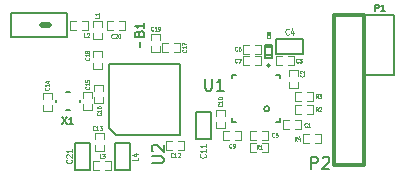
<source format=gto>
G04 (created by PCBNEW (2013-07-07 BZR 4022)-stable) date 3/16/2015 2:43:42 PM*
%MOIN*%
G04 Gerber Fmt 3.4, Leading zero omitted, Abs format*
%FSLAX34Y34*%
G01*
G70*
G90*
G04 APERTURE LIST*
%ADD10C,0.00590551*%
%ADD11C,0.019685*%
%ADD12C,0.00787402*%
%ADD13C,0.0028*%
%ADD14C,0.005*%
%ADD15C,0.012*%
%ADD16C,0.006*%
%ADD17C,0.0045*%
%ADD18C,0.008*%
%ADD19C,0.00295276*%
G04 APERTURE END LIST*
G54D10*
G54D11*
X106259Y-50264D02*
X106031Y-50264D01*
G54D12*
X113630Y-51614D02*
G75*
G03X113630Y-51614I-55J0D01*
G74*
G01*
G54D10*
X108267Y-53700D02*
X108503Y-53937D01*
X110629Y-53937D02*
X108503Y-53937D01*
X108267Y-51574D02*
X108267Y-53700D01*
X108267Y-51574D02*
X110629Y-51574D01*
X110629Y-51574D02*
X110629Y-53937D01*
X107283Y-52795D02*
X107283Y-52814D01*
X107283Y-52795D02*
X107283Y-52775D01*
X106496Y-52795D02*
X106496Y-52814D01*
X106496Y-52795D02*
X106496Y-52775D01*
X106889Y-53110D02*
X106948Y-53110D01*
X106889Y-53110D02*
X106830Y-53110D01*
X106889Y-52480D02*
X106948Y-52480D01*
X106889Y-52480D02*
X106830Y-52480D01*
G54D13*
X113367Y-54087D02*
X113567Y-54087D01*
X113567Y-54087D02*
X113567Y-53787D01*
X113567Y-53787D02*
X113367Y-53787D01*
X113167Y-54087D02*
X112967Y-54087D01*
X112967Y-54087D02*
X112967Y-53787D01*
X112967Y-53787D02*
X113167Y-53787D01*
X114226Y-51602D02*
X114426Y-51602D01*
X114426Y-51602D02*
X114426Y-51302D01*
X114426Y-51302D02*
X114226Y-51302D01*
X114026Y-51602D02*
X113826Y-51602D01*
X113826Y-51602D02*
X113826Y-51302D01*
X113826Y-51302D02*
X114026Y-51302D01*
X113120Y-51594D02*
X113320Y-51594D01*
X113320Y-51594D02*
X113320Y-51294D01*
X113320Y-51294D02*
X113120Y-51294D01*
X112920Y-51594D02*
X112720Y-51594D01*
X112720Y-51594D02*
X112720Y-51294D01*
X112720Y-51294D02*
X112920Y-51294D01*
X112118Y-53285D02*
X112118Y-53085D01*
X112118Y-53085D02*
X111818Y-53085D01*
X111818Y-53085D02*
X111818Y-53285D01*
X112118Y-53485D02*
X112118Y-53685D01*
X112118Y-53685D02*
X111818Y-53685D01*
X111818Y-53685D02*
X111818Y-53485D01*
X112463Y-54098D02*
X112663Y-54098D01*
X112663Y-54098D02*
X112663Y-53798D01*
X112663Y-53798D02*
X112463Y-53798D01*
X112263Y-54098D02*
X112063Y-54098D01*
X112063Y-54098D02*
X112063Y-53798D01*
X112063Y-53798D02*
X112263Y-53798D01*
X114459Y-53728D02*
X114659Y-53728D01*
X114659Y-53728D02*
X114659Y-53428D01*
X114659Y-53428D02*
X114459Y-53428D01*
X114259Y-53728D02*
X114059Y-53728D01*
X114059Y-53728D02*
X114059Y-53428D01*
X114059Y-53428D02*
X114259Y-53428D01*
X114554Y-51972D02*
X114554Y-51772D01*
X114554Y-51772D02*
X114254Y-51772D01*
X114254Y-51772D02*
X114254Y-51972D01*
X114554Y-52172D02*
X114554Y-52372D01*
X114554Y-52372D02*
X114254Y-52372D01*
X114254Y-52372D02*
X114254Y-52172D01*
X107724Y-51517D02*
X107724Y-51717D01*
X107724Y-51717D02*
X108024Y-51717D01*
X108024Y-51717D02*
X108024Y-51517D01*
X107724Y-51317D02*
X107724Y-51117D01*
X107724Y-51117D02*
X108024Y-51117D01*
X108024Y-51117D02*
X108024Y-51317D01*
X108063Y-52459D02*
X108063Y-52259D01*
X108063Y-52259D02*
X107763Y-52259D01*
X107763Y-52259D02*
X107763Y-52459D01*
X108063Y-52659D02*
X108063Y-52859D01*
X108063Y-52859D02*
X107763Y-52859D01*
X107763Y-52859D02*
X107763Y-52659D01*
X106370Y-52734D02*
X106370Y-52534D01*
X106370Y-52534D02*
X106070Y-52534D01*
X106070Y-52534D02*
X106070Y-52734D01*
X106370Y-52934D02*
X106370Y-53134D01*
X106370Y-53134D02*
X106070Y-53134D01*
X106070Y-53134D02*
X106070Y-52934D01*
X107409Y-52895D02*
X107409Y-53095D01*
X107409Y-53095D02*
X107709Y-53095D01*
X107709Y-53095D02*
X107709Y-52895D01*
X107409Y-52695D02*
X107409Y-52495D01*
X107409Y-52495D02*
X107709Y-52495D01*
X107709Y-52495D02*
X107709Y-52695D01*
X110214Y-50873D02*
X110014Y-50873D01*
X110014Y-50873D02*
X110014Y-51173D01*
X110014Y-51173D02*
X110214Y-51173D01*
X110414Y-50873D02*
X110614Y-50873D01*
X110614Y-50873D02*
X110614Y-51173D01*
X110614Y-51173D02*
X110414Y-51173D01*
X110372Y-54141D02*
X110172Y-54141D01*
X110172Y-54141D02*
X110172Y-54441D01*
X110172Y-54441D02*
X110372Y-54441D01*
X110572Y-54141D02*
X110772Y-54141D01*
X110772Y-54141D02*
X110772Y-54441D01*
X110772Y-54441D02*
X110572Y-54441D01*
X108090Y-54053D02*
X108090Y-53853D01*
X108090Y-53853D02*
X107790Y-53853D01*
X107790Y-53853D02*
X107790Y-54053D01*
X108090Y-54253D02*
X108090Y-54453D01*
X108090Y-54453D02*
X107790Y-54453D01*
X107790Y-54453D02*
X107790Y-54253D01*
X109653Y-50966D02*
X109653Y-51166D01*
X109653Y-51166D02*
X109953Y-51166D01*
X109953Y-51166D02*
X109953Y-50966D01*
X109653Y-50766D02*
X109653Y-50566D01*
X109653Y-50566D02*
X109953Y-50566D01*
X109953Y-50566D02*
X109953Y-50766D01*
G54D14*
X114742Y-51230D02*
X113842Y-51230D01*
X113842Y-51230D02*
X113842Y-50730D01*
X113842Y-50730D02*
X114742Y-50730D01*
X114742Y-50730D02*
X114742Y-51230D01*
G54D13*
X113116Y-51216D02*
X113316Y-51216D01*
X113316Y-51216D02*
X113316Y-50916D01*
X113316Y-50916D02*
X113116Y-50916D01*
X112916Y-51216D02*
X112716Y-51216D01*
X112716Y-51216D02*
X112716Y-50916D01*
X112716Y-50916D02*
X112916Y-50916D01*
X114864Y-53220D02*
X115064Y-53220D01*
X115064Y-53220D02*
X115064Y-52920D01*
X115064Y-52920D02*
X114864Y-52920D01*
X114664Y-53220D02*
X114464Y-53220D01*
X114464Y-53220D02*
X114464Y-52920D01*
X114464Y-52920D02*
X114664Y-52920D01*
X114668Y-52495D02*
X114468Y-52495D01*
X114468Y-52495D02*
X114468Y-52795D01*
X114468Y-52795D02*
X114668Y-52795D01*
X114868Y-52495D02*
X115068Y-52495D01*
X115068Y-52495D02*
X115068Y-52795D01*
X115068Y-52795D02*
X114868Y-52795D01*
X115139Y-54205D02*
X115339Y-54205D01*
X115339Y-54205D02*
X115339Y-53905D01*
X115339Y-53905D02*
X115139Y-53905D01*
X114939Y-54205D02*
X114739Y-54205D01*
X114739Y-54205D02*
X114739Y-53905D01*
X114739Y-53905D02*
X114939Y-53905D01*
G54D10*
X104978Y-49871D02*
X106868Y-49871D01*
X106868Y-49871D02*
X106868Y-50658D01*
X106828Y-50658D02*
X104978Y-50658D01*
X104978Y-50658D02*
X104978Y-49871D01*
X106868Y-50658D02*
X106828Y-50658D01*
G54D13*
X107344Y-50425D02*
X107544Y-50425D01*
X107544Y-50425D02*
X107544Y-50125D01*
X107544Y-50125D02*
X107344Y-50125D01*
X107144Y-50425D02*
X106944Y-50425D01*
X106944Y-50425D02*
X106944Y-50125D01*
X106944Y-50125D02*
X107144Y-50125D01*
X108024Y-50333D02*
X108024Y-50133D01*
X108024Y-50133D02*
X107724Y-50133D01*
X107724Y-50133D02*
X107724Y-50333D01*
X108024Y-50533D02*
X108024Y-50733D01*
X108024Y-50733D02*
X107724Y-50733D01*
X107724Y-50733D02*
X107724Y-50533D01*
X108603Y-50425D02*
X108803Y-50425D01*
X108803Y-50425D02*
X108803Y-50125D01*
X108803Y-50125D02*
X108603Y-50125D01*
X108403Y-50425D02*
X108203Y-50425D01*
X108203Y-50425D02*
X108203Y-50125D01*
X108203Y-50125D02*
X108403Y-50125D01*
G54D15*
X116775Y-49925D02*
X115775Y-49925D01*
X115775Y-54925D02*
X116775Y-54925D01*
X116775Y-49925D02*
X116775Y-54925D01*
X115775Y-54925D02*
X115775Y-49925D01*
G54D16*
X116775Y-49925D02*
X117775Y-49925D01*
X117775Y-49925D02*
X117775Y-51925D01*
X117775Y-51925D02*
X116775Y-51925D01*
X116775Y-51925D02*
X116775Y-49925D01*
G54D10*
X113606Y-53056D02*
G75*
G03X113606Y-53056I-88J0D01*
G74*
G01*
X113951Y-51915D02*
X113833Y-51915D01*
X113951Y-51915D02*
X113951Y-52033D01*
X112376Y-51915D02*
X112495Y-51915D01*
X112376Y-51915D02*
X112376Y-52033D01*
X112376Y-53489D02*
X112376Y-53371D01*
X112376Y-53489D02*
X112495Y-53489D01*
X113951Y-53489D02*
X113951Y-53371D01*
X113951Y-53489D02*
X113833Y-53489D01*
G54D14*
X108950Y-54199D02*
X108950Y-55099D01*
X108950Y-55099D02*
X108450Y-55099D01*
X108450Y-55099D02*
X108450Y-54199D01*
X108450Y-54199D02*
X108950Y-54199D01*
G54D13*
X108139Y-55098D02*
X108339Y-55098D01*
X108339Y-55098D02*
X108339Y-54798D01*
X108339Y-54798D02*
X108139Y-54798D01*
X107939Y-55098D02*
X107739Y-55098D01*
X107739Y-55098D02*
X107739Y-54798D01*
X107739Y-54798D02*
X107939Y-54798D01*
G54D10*
X109291Y-50826D02*
X109291Y-50984D01*
G54D13*
X113367Y-54480D02*
X113567Y-54480D01*
X113567Y-54480D02*
X113567Y-54180D01*
X113567Y-54180D02*
X113367Y-54180D01*
X113167Y-54480D02*
X112967Y-54480D01*
X112967Y-54480D02*
X112967Y-54180D01*
X112967Y-54180D02*
X113167Y-54180D01*
G54D14*
X113692Y-51271D02*
X113472Y-51271D01*
X113692Y-51011D02*
X113472Y-51011D01*
X113692Y-50931D02*
X113472Y-50931D01*
X113472Y-50931D02*
X113472Y-51351D01*
X113472Y-51351D02*
X113692Y-51351D01*
X113692Y-51351D02*
X113692Y-50931D01*
X107143Y-55087D02*
X107143Y-54187D01*
X107143Y-54187D02*
X107643Y-54187D01*
X107643Y-54187D02*
X107643Y-55087D01*
X107643Y-55087D02*
X107143Y-55087D01*
X111667Y-53172D02*
X111667Y-54072D01*
X111667Y-54072D02*
X111167Y-54072D01*
X111167Y-54072D02*
X111167Y-53172D01*
X111167Y-53172D02*
X111667Y-53172D01*
G54D10*
X109686Y-54870D02*
X110005Y-54870D01*
X110043Y-54852D01*
X110061Y-54833D01*
X110080Y-54795D01*
X110080Y-54720D01*
X110061Y-54683D01*
X110043Y-54664D01*
X110005Y-54645D01*
X109686Y-54645D01*
X109724Y-54477D02*
X109705Y-54458D01*
X109686Y-54420D01*
X109686Y-54327D01*
X109705Y-54289D01*
X109724Y-54270D01*
X109761Y-54252D01*
X109799Y-54252D01*
X109855Y-54270D01*
X110080Y-54495D01*
X110080Y-54252D01*
X106698Y-53323D02*
X106856Y-53560D01*
X106856Y-53323D02*
X106698Y-53560D01*
X107069Y-53560D02*
X106934Y-53560D01*
X107002Y-53560D02*
X107002Y-53323D01*
X106979Y-53357D01*
X106957Y-53380D01*
X106934Y-53391D01*
G54D13*
X113765Y-53981D02*
X113759Y-53988D01*
X113742Y-53994D01*
X113731Y-53994D01*
X113714Y-53988D01*
X113702Y-53975D01*
X113696Y-53961D01*
X113691Y-53935D01*
X113691Y-53915D01*
X113696Y-53889D01*
X113702Y-53876D01*
X113714Y-53863D01*
X113731Y-53856D01*
X113742Y-53856D01*
X113759Y-53863D01*
X113765Y-53869D01*
X113874Y-53856D02*
X113816Y-53856D01*
X113811Y-53922D01*
X113816Y-53915D01*
X113828Y-53909D01*
X113856Y-53909D01*
X113868Y-53915D01*
X113874Y-53922D01*
X113879Y-53935D01*
X113879Y-53968D01*
X113874Y-53981D01*
X113868Y-53988D01*
X113856Y-53994D01*
X113828Y-53994D01*
X113816Y-53988D01*
X113811Y-53981D01*
X114567Y-51507D02*
X114561Y-51513D01*
X114544Y-51520D01*
X114533Y-51520D01*
X114516Y-51513D01*
X114504Y-51500D01*
X114499Y-51487D01*
X114493Y-51461D01*
X114493Y-51441D01*
X114499Y-51415D01*
X114504Y-51401D01*
X114516Y-51388D01*
X114533Y-51382D01*
X114544Y-51382D01*
X114561Y-51388D01*
X114567Y-51395D01*
X114607Y-51382D02*
X114681Y-51382D01*
X114641Y-51434D01*
X114659Y-51434D01*
X114670Y-51441D01*
X114676Y-51447D01*
X114681Y-51461D01*
X114681Y-51493D01*
X114676Y-51507D01*
X114670Y-51513D01*
X114659Y-51520D01*
X114624Y-51520D01*
X114613Y-51513D01*
X114607Y-51507D01*
X112532Y-51507D02*
X112526Y-51513D01*
X112509Y-51520D01*
X112497Y-51520D01*
X112480Y-51513D01*
X112469Y-51500D01*
X112463Y-51487D01*
X112457Y-51461D01*
X112457Y-51441D01*
X112463Y-51415D01*
X112469Y-51401D01*
X112480Y-51388D01*
X112497Y-51382D01*
X112509Y-51382D01*
X112526Y-51388D01*
X112532Y-51395D01*
X112572Y-51382D02*
X112652Y-51382D01*
X112600Y-51520D01*
X112025Y-52896D02*
X112032Y-52901D01*
X112039Y-52919D01*
X112039Y-52930D01*
X112032Y-52947D01*
X112019Y-52959D01*
X112006Y-52964D01*
X111979Y-52970D01*
X111960Y-52970D01*
X111933Y-52964D01*
X111920Y-52959D01*
X111907Y-52947D01*
X111901Y-52930D01*
X111901Y-52919D01*
X111907Y-52901D01*
X111914Y-52896D01*
X112039Y-52781D02*
X112039Y-52850D01*
X112039Y-52816D02*
X111901Y-52816D01*
X111920Y-52827D01*
X111933Y-52839D01*
X111940Y-52850D01*
X111901Y-52707D02*
X111901Y-52696D01*
X111907Y-52684D01*
X111914Y-52679D01*
X111927Y-52673D01*
X111953Y-52667D01*
X111986Y-52667D01*
X112012Y-52673D01*
X112025Y-52679D01*
X112032Y-52684D01*
X112039Y-52696D01*
X112039Y-52707D01*
X112032Y-52719D01*
X112025Y-52724D01*
X112012Y-52730D01*
X111986Y-52736D01*
X111953Y-52736D01*
X111927Y-52730D01*
X111914Y-52724D01*
X111907Y-52719D01*
X111901Y-52707D01*
X112343Y-54345D02*
X112337Y-54352D01*
X112320Y-54358D01*
X112308Y-54358D01*
X112291Y-54352D01*
X112280Y-54339D01*
X112274Y-54325D01*
X112268Y-54299D01*
X112268Y-54279D01*
X112274Y-54253D01*
X112280Y-54240D01*
X112291Y-54227D01*
X112308Y-54220D01*
X112320Y-54220D01*
X112337Y-54227D01*
X112343Y-54233D01*
X112400Y-54358D02*
X112423Y-54358D01*
X112434Y-54352D01*
X112440Y-54345D01*
X112451Y-54325D01*
X112457Y-54299D01*
X112457Y-54247D01*
X112451Y-54233D01*
X112446Y-54227D01*
X112434Y-54220D01*
X112411Y-54220D01*
X112400Y-54227D01*
X112394Y-54233D01*
X112388Y-54247D01*
X112388Y-54279D01*
X112394Y-54293D01*
X112400Y-54299D01*
X112411Y-54306D01*
X112434Y-54306D01*
X112446Y-54299D01*
X112451Y-54293D01*
X112457Y-54279D01*
X114850Y-53641D02*
X114844Y-53647D01*
X114827Y-53654D01*
X114815Y-53654D01*
X114798Y-53647D01*
X114787Y-53634D01*
X114781Y-53621D01*
X114775Y-53595D01*
X114775Y-53575D01*
X114781Y-53549D01*
X114787Y-53535D01*
X114798Y-53522D01*
X114815Y-53516D01*
X114827Y-53516D01*
X114844Y-53522D01*
X114850Y-53529D01*
X114964Y-53654D02*
X114895Y-53654D01*
X114930Y-53654D02*
X114930Y-53516D01*
X114918Y-53535D01*
X114907Y-53549D01*
X114895Y-53555D01*
X114756Y-51909D02*
X114762Y-51915D01*
X114769Y-51932D01*
X114769Y-51943D01*
X114762Y-51960D01*
X114749Y-51972D01*
X114736Y-51978D01*
X114710Y-51983D01*
X114690Y-51983D01*
X114664Y-51978D01*
X114651Y-51972D01*
X114638Y-51960D01*
X114631Y-51943D01*
X114631Y-51932D01*
X114638Y-51915D01*
X114644Y-51909D01*
X114644Y-51863D02*
X114638Y-51858D01*
X114631Y-51846D01*
X114631Y-51818D01*
X114638Y-51806D01*
X114644Y-51800D01*
X114657Y-51795D01*
X114670Y-51795D01*
X114690Y-51800D01*
X114769Y-51869D01*
X114769Y-51795D01*
X107586Y-51352D02*
X107592Y-51358D01*
X107599Y-51375D01*
X107599Y-51387D01*
X107592Y-51404D01*
X107579Y-51415D01*
X107566Y-51421D01*
X107540Y-51427D01*
X107520Y-51427D01*
X107494Y-51421D01*
X107480Y-51415D01*
X107467Y-51404D01*
X107461Y-51387D01*
X107461Y-51375D01*
X107467Y-51358D01*
X107474Y-51352D01*
X107599Y-51238D02*
X107599Y-51307D01*
X107599Y-51272D02*
X107461Y-51272D01*
X107480Y-51284D01*
X107494Y-51295D01*
X107500Y-51307D01*
X107520Y-51169D02*
X107513Y-51181D01*
X107507Y-51187D01*
X107494Y-51192D01*
X107487Y-51192D01*
X107474Y-51187D01*
X107467Y-51181D01*
X107461Y-51169D01*
X107461Y-51147D01*
X107467Y-51135D01*
X107474Y-51129D01*
X107487Y-51124D01*
X107494Y-51124D01*
X107507Y-51129D01*
X107513Y-51135D01*
X107520Y-51147D01*
X107520Y-51169D01*
X107526Y-51181D01*
X107533Y-51187D01*
X107546Y-51192D01*
X107572Y-51192D01*
X107586Y-51187D01*
X107592Y-51181D01*
X107599Y-51169D01*
X107599Y-51147D01*
X107592Y-51135D01*
X107586Y-51129D01*
X107572Y-51124D01*
X107546Y-51124D01*
X107533Y-51129D01*
X107526Y-51135D01*
X107520Y-51147D01*
X107971Y-53199D02*
X107978Y-53204D01*
X107984Y-53222D01*
X107984Y-53233D01*
X107978Y-53250D01*
X107965Y-53262D01*
X107952Y-53267D01*
X107925Y-53273D01*
X107906Y-53273D01*
X107879Y-53267D01*
X107866Y-53262D01*
X107853Y-53250D01*
X107846Y-53233D01*
X107846Y-53222D01*
X107853Y-53204D01*
X107860Y-53199D01*
X107984Y-53084D02*
X107984Y-53153D01*
X107984Y-53119D02*
X107846Y-53119D01*
X107866Y-53130D01*
X107879Y-53142D01*
X107886Y-53153D01*
X107846Y-52982D02*
X107846Y-53004D01*
X107853Y-53016D01*
X107860Y-53022D01*
X107879Y-53033D01*
X107906Y-53039D01*
X107958Y-53039D01*
X107971Y-53033D01*
X107978Y-53027D01*
X107984Y-53016D01*
X107984Y-52993D01*
X107978Y-52982D01*
X107971Y-52976D01*
X107958Y-52970D01*
X107925Y-52970D01*
X107912Y-52976D01*
X107906Y-52982D01*
X107899Y-52993D01*
X107899Y-53016D01*
X107906Y-53027D01*
X107912Y-53033D01*
X107925Y-53039D01*
X106245Y-52357D02*
X106251Y-52363D01*
X106258Y-52380D01*
X106258Y-52391D01*
X106251Y-52409D01*
X106238Y-52420D01*
X106225Y-52426D01*
X106199Y-52431D01*
X106179Y-52431D01*
X106153Y-52426D01*
X106140Y-52420D01*
X106126Y-52409D01*
X106120Y-52391D01*
X106120Y-52380D01*
X106126Y-52363D01*
X106133Y-52357D01*
X106258Y-52243D02*
X106258Y-52311D01*
X106258Y-52277D02*
X106120Y-52277D01*
X106140Y-52289D01*
X106153Y-52300D01*
X106159Y-52311D01*
X106166Y-52140D02*
X106258Y-52140D01*
X106113Y-52169D02*
X106212Y-52197D01*
X106212Y-52123D01*
X107593Y-52321D02*
X107600Y-52326D01*
X107607Y-52344D01*
X107607Y-52355D01*
X107600Y-52372D01*
X107587Y-52384D01*
X107574Y-52389D01*
X107547Y-52395D01*
X107528Y-52395D01*
X107501Y-52389D01*
X107488Y-52384D01*
X107475Y-52372D01*
X107469Y-52355D01*
X107469Y-52344D01*
X107475Y-52326D01*
X107482Y-52321D01*
X107607Y-52206D02*
X107607Y-52275D01*
X107607Y-52241D02*
X107469Y-52241D01*
X107488Y-52252D01*
X107501Y-52264D01*
X107508Y-52275D01*
X107469Y-52098D02*
X107469Y-52155D01*
X107534Y-52161D01*
X107528Y-52155D01*
X107521Y-52144D01*
X107521Y-52115D01*
X107528Y-52104D01*
X107534Y-52098D01*
X107547Y-52092D01*
X107580Y-52092D01*
X107593Y-52098D01*
X107600Y-52104D01*
X107607Y-52115D01*
X107607Y-52144D01*
X107600Y-52155D01*
X107593Y-52161D01*
X110826Y-51088D02*
X110832Y-51094D01*
X110839Y-51111D01*
X110839Y-51123D01*
X110832Y-51140D01*
X110819Y-51151D01*
X110806Y-51157D01*
X110780Y-51163D01*
X110760Y-51163D01*
X110734Y-51157D01*
X110721Y-51151D01*
X110707Y-51140D01*
X110701Y-51123D01*
X110701Y-51111D01*
X110707Y-51094D01*
X110714Y-51088D01*
X110839Y-50974D02*
X110839Y-51043D01*
X110839Y-51008D02*
X110701Y-51008D01*
X110721Y-51020D01*
X110734Y-51031D01*
X110740Y-51043D01*
X110701Y-50934D02*
X110701Y-50854D01*
X110839Y-50906D01*
X110391Y-54656D02*
X110385Y-54663D01*
X110368Y-54670D01*
X110357Y-54670D01*
X110339Y-54663D01*
X110328Y-54650D01*
X110322Y-54637D01*
X110317Y-54610D01*
X110317Y-54591D01*
X110322Y-54564D01*
X110328Y-54551D01*
X110339Y-54538D01*
X110357Y-54532D01*
X110368Y-54532D01*
X110385Y-54538D01*
X110391Y-54545D01*
X110505Y-54670D02*
X110437Y-54670D01*
X110471Y-54670D02*
X110471Y-54532D01*
X110459Y-54551D01*
X110448Y-54564D01*
X110437Y-54571D01*
X110551Y-54545D02*
X110557Y-54538D01*
X110568Y-54532D01*
X110597Y-54532D01*
X110608Y-54538D01*
X110614Y-54545D01*
X110619Y-54558D01*
X110619Y-54571D01*
X110614Y-54591D01*
X110545Y-54670D01*
X110619Y-54670D01*
X107792Y-53747D02*
X107787Y-53754D01*
X107770Y-53760D01*
X107758Y-53760D01*
X107741Y-53754D01*
X107730Y-53740D01*
X107724Y-53727D01*
X107718Y-53701D01*
X107718Y-53681D01*
X107724Y-53655D01*
X107730Y-53642D01*
X107741Y-53629D01*
X107758Y-53622D01*
X107770Y-53622D01*
X107787Y-53629D01*
X107792Y-53635D01*
X107907Y-53760D02*
X107838Y-53760D01*
X107872Y-53760D02*
X107872Y-53622D01*
X107861Y-53642D01*
X107850Y-53655D01*
X107838Y-53662D01*
X107947Y-53622D02*
X108021Y-53622D01*
X107981Y-53675D01*
X107998Y-53675D01*
X108010Y-53681D01*
X108015Y-53688D01*
X108021Y-53701D01*
X108021Y-53734D01*
X108015Y-53747D01*
X108010Y-53754D01*
X107998Y-53760D01*
X107964Y-53760D01*
X107952Y-53754D01*
X107947Y-53747D01*
X109737Y-50440D02*
X109732Y-50446D01*
X109714Y-50453D01*
X109703Y-50453D01*
X109686Y-50446D01*
X109674Y-50433D01*
X109669Y-50420D01*
X109663Y-50394D01*
X109663Y-50374D01*
X109669Y-50348D01*
X109674Y-50335D01*
X109686Y-50322D01*
X109703Y-50315D01*
X109714Y-50315D01*
X109732Y-50322D01*
X109737Y-50328D01*
X109852Y-50453D02*
X109783Y-50453D01*
X109817Y-50453D02*
X109817Y-50315D01*
X109806Y-50335D01*
X109794Y-50348D01*
X109783Y-50354D01*
X109909Y-50453D02*
X109932Y-50453D01*
X109943Y-50446D01*
X109949Y-50440D01*
X109960Y-50420D01*
X109966Y-50394D01*
X109966Y-50341D01*
X109960Y-50328D01*
X109954Y-50322D01*
X109943Y-50315D01*
X109920Y-50315D01*
X109909Y-50322D01*
X109903Y-50328D01*
X109897Y-50341D01*
X109897Y-50374D01*
X109903Y-50387D01*
X109909Y-50394D01*
X109920Y-50400D01*
X109943Y-50400D01*
X109954Y-50394D01*
X109960Y-50387D01*
X109966Y-50374D01*
G54D17*
X114253Y-50561D02*
X114244Y-50571D01*
X114219Y-50580D01*
X114202Y-50580D01*
X114176Y-50571D01*
X114159Y-50552D01*
X114150Y-50533D01*
X114142Y-50495D01*
X114142Y-50466D01*
X114150Y-50428D01*
X114159Y-50409D01*
X114176Y-50390D01*
X114202Y-50380D01*
X114219Y-50380D01*
X114244Y-50390D01*
X114253Y-50400D01*
X114407Y-50447D02*
X114407Y-50580D01*
X114364Y-50371D02*
X114322Y-50514D01*
X114433Y-50514D01*
G54D13*
X112539Y-51109D02*
X112533Y-51116D01*
X112516Y-51122D01*
X112504Y-51122D01*
X112487Y-51116D01*
X112476Y-51103D01*
X112470Y-51089D01*
X112464Y-51063D01*
X112464Y-51043D01*
X112470Y-51017D01*
X112476Y-51004D01*
X112487Y-50991D01*
X112504Y-50984D01*
X112516Y-50984D01*
X112533Y-50991D01*
X112539Y-50997D01*
X112641Y-50984D02*
X112619Y-50984D01*
X112607Y-50991D01*
X112601Y-50997D01*
X112590Y-51017D01*
X112584Y-51043D01*
X112584Y-51096D01*
X112590Y-51109D01*
X112596Y-51116D01*
X112607Y-51122D01*
X112630Y-51122D01*
X112641Y-51116D01*
X112647Y-51109D01*
X112653Y-51096D01*
X112653Y-51063D01*
X112647Y-51050D01*
X112641Y-51043D01*
X112630Y-51037D01*
X112607Y-51037D01*
X112596Y-51043D01*
X112590Y-51050D01*
X112584Y-51063D01*
X115220Y-53142D02*
X115180Y-53076D01*
X115151Y-53142D02*
X115151Y-53004D01*
X115197Y-53004D01*
X115208Y-53011D01*
X115214Y-53017D01*
X115220Y-53030D01*
X115220Y-53050D01*
X115214Y-53063D01*
X115208Y-53070D01*
X115197Y-53076D01*
X115151Y-53076D01*
X115265Y-53017D02*
X115271Y-53011D01*
X115283Y-53004D01*
X115311Y-53004D01*
X115323Y-53011D01*
X115328Y-53017D01*
X115334Y-53030D01*
X115334Y-53043D01*
X115328Y-53063D01*
X115260Y-53142D01*
X115334Y-53142D01*
X115228Y-52701D02*
X115188Y-52635D01*
X115159Y-52701D02*
X115159Y-52563D01*
X115205Y-52563D01*
X115216Y-52570D01*
X115222Y-52576D01*
X115228Y-52589D01*
X115228Y-52609D01*
X115222Y-52622D01*
X115216Y-52629D01*
X115205Y-52635D01*
X115159Y-52635D01*
X115268Y-52563D02*
X115342Y-52563D01*
X115302Y-52616D01*
X115319Y-52616D01*
X115330Y-52622D01*
X115336Y-52629D01*
X115342Y-52642D01*
X115342Y-52675D01*
X115336Y-52688D01*
X115330Y-52694D01*
X115319Y-52701D01*
X115285Y-52701D01*
X115273Y-52694D01*
X115268Y-52688D01*
X114515Y-54122D02*
X114475Y-54057D01*
X114446Y-54122D02*
X114446Y-53984D01*
X114492Y-53984D01*
X114504Y-53991D01*
X114509Y-53997D01*
X114515Y-54011D01*
X114515Y-54030D01*
X114509Y-54043D01*
X114504Y-54050D01*
X114492Y-54057D01*
X114446Y-54057D01*
X114618Y-54030D02*
X114618Y-54122D01*
X114589Y-53978D02*
X114561Y-54076D01*
X114635Y-54076D01*
X107499Y-50673D02*
X107442Y-50673D01*
X107442Y-50535D01*
X107533Y-50549D02*
X107539Y-50542D01*
X107551Y-50535D01*
X107579Y-50535D01*
X107591Y-50542D01*
X107596Y-50549D01*
X107602Y-50562D01*
X107602Y-50575D01*
X107596Y-50595D01*
X107528Y-50673D01*
X107602Y-50673D01*
X107921Y-49968D02*
X107921Y-50025D01*
X107783Y-50025D01*
X107921Y-49865D02*
X107921Y-49934D01*
X107921Y-49900D02*
X107783Y-49900D01*
X107803Y-49911D01*
X107816Y-49923D01*
X107823Y-49934D01*
X108411Y-50688D02*
X108405Y-50694D01*
X108388Y-50701D01*
X108376Y-50701D01*
X108359Y-50694D01*
X108348Y-50681D01*
X108342Y-50668D01*
X108336Y-50642D01*
X108336Y-50622D01*
X108342Y-50596D01*
X108348Y-50583D01*
X108359Y-50570D01*
X108376Y-50563D01*
X108388Y-50563D01*
X108405Y-50570D01*
X108411Y-50576D01*
X108456Y-50576D02*
X108462Y-50570D01*
X108473Y-50563D01*
X108502Y-50563D01*
X108513Y-50570D01*
X108519Y-50576D01*
X108525Y-50589D01*
X108525Y-50602D01*
X108519Y-50622D01*
X108451Y-50701D01*
X108525Y-50701D01*
X108599Y-50563D02*
X108611Y-50563D01*
X108622Y-50570D01*
X108628Y-50576D01*
X108633Y-50589D01*
X108639Y-50616D01*
X108639Y-50648D01*
X108633Y-50675D01*
X108628Y-50688D01*
X108622Y-50694D01*
X108611Y-50701D01*
X108599Y-50701D01*
X108588Y-50694D01*
X108582Y-50688D01*
X108576Y-50675D01*
X108571Y-50648D01*
X108571Y-50616D01*
X108576Y-50589D01*
X108582Y-50576D01*
X108588Y-50570D01*
X108599Y-50563D01*
G54D18*
X114996Y-55051D02*
X114996Y-54651D01*
X115148Y-54651D01*
X115186Y-54670D01*
X115205Y-54689D01*
X115224Y-54727D01*
X115224Y-54785D01*
X115205Y-54823D01*
X115186Y-54842D01*
X115148Y-54861D01*
X114996Y-54861D01*
X115377Y-54689D02*
X115396Y-54670D01*
X115434Y-54651D01*
X115529Y-54651D01*
X115567Y-54670D01*
X115586Y-54689D01*
X115605Y-54727D01*
X115605Y-54765D01*
X115586Y-54823D01*
X115358Y-55051D01*
X115605Y-55051D01*
G54D14*
X117139Y-49789D02*
X117139Y-49589D01*
X117215Y-49589D01*
X117235Y-49599D01*
X117244Y-49608D01*
X117254Y-49627D01*
X117254Y-49656D01*
X117244Y-49675D01*
X117235Y-49684D01*
X117215Y-49694D01*
X117139Y-49694D01*
X117444Y-49789D02*
X117330Y-49789D01*
X117387Y-49789D02*
X117387Y-49589D01*
X117368Y-49618D01*
X117349Y-49637D01*
X117330Y-49646D01*
G54D10*
X111463Y-52056D02*
X111463Y-52375D01*
X111482Y-52413D01*
X111501Y-52431D01*
X111538Y-52450D01*
X111613Y-52450D01*
X111651Y-52431D01*
X111670Y-52413D01*
X111688Y-52375D01*
X111688Y-52056D01*
X112082Y-52450D02*
X111857Y-52450D01*
X111970Y-52450D02*
X111970Y-52056D01*
X111932Y-52113D01*
X111895Y-52150D01*
X111857Y-52169D01*
G54D17*
X109230Y-54687D02*
X109230Y-54773D01*
X109030Y-54773D01*
X109097Y-54550D02*
X109230Y-54550D01*
X109021Y-54593D02*
X109163Y-54636D01*
X109163Y-54524D01*
G54D13*
X108011Y-54705D02*
X107954Y-54705D01*
X107954Y-54567D01*
X108040Y-54567D02*
X108114Y-54567D01*
X108074Y-54620D01*
X108091Y-54620D01*
X108102Y-54626D01*
X108108Y-54633D01*
X108114Y-54646D01*
X108114Y-54679D01*
X108108Y-54692D01*
X108102Y-54698D01*
X108091Y-54705D01*
X108057Y-54705D01*
X108045Y-54698D01*
X108040Y-54692D01*
G54D10*
X109267Y-50548D02*
X109282Y-50506D01*
X109296Y-50492D01*
X109324Y-50478D01*
X109366Y-50478D01*
X109394Y-50492D01*
X109408Y-50506D01*
X109422Y-50534D01*
X109422Y-50647D01*
X109127Y-50647D01*
X109127Y-50548D01*
X109141Y-50520D01*
X109155Y-50506D01*
X109183Y-50492D01*
X109211Y-50492D01*
X109239Y-50506D01*
X109253Y-50520D01*
X109267Y-50548D01*
X109267Y-50647D01*
X109422Y-50197D02*
X109422Y-50365D01*
X109422Y-50281D02*
X109127Y-50281D01*
X109169Y-50309D01*
X109197Y-50337D01*
X109211Y-50365D01*
G54D13*
X113247Y-54386D02*
X113207Y-54320D01*
X113179Y-54386D02*
X113179Y-54248D01*
X113224Y-54248D01*
X113236Y-54255D01*
X113242Y-54261D01*
X113247Y-54274D01*
X113247Y-54294D01*
X113242Y-54307D01*
X113236Y-54314D01*
X113224Y-54320D01*
X113179Y-54320D01*
X113362Y-54386D02*
X113293Y-54386D01*
X113327Y-54386D02*
X113327Y-54248D01*
X113316Y-54268D01*
X113304Y-54281D01*
X113293Y-54287D01*
G54D19*
X113627Y-50625D02*
X113632Y-50631D01*
X113638Y-50648D01*
X113638Y-50659D01*
X113632Y-50676D01*
X113621Y-50687D01*
X113610Y-50693D01*
X113587Y-50699D01*
X113570Y-50699D01*
X113548Y-50693D01*
X113537Y-50687D01*
X113525Y-50676D01*
X113520Y-50659D01*
X113520Y-50648D01*
X113525Y-50631D01*
X113531Y-50625D01*
X113570Y-50558D02*
X113565Y-50569D01*
X113559Y-50575D01*
X113548Y-50580D01*
X113542Y-50580D01*
X113531Y-50575D01*
X113525Y-50569D01*
X113520Y-50558D01*
X113520Y-50535D01*
X113525Y-50524D01*
X113531Y-50519D01*
X113542Y-50513D01*
X113548Y-50513D01*
X113559Y-50519D01*
X113565Y-50524D01*
X113570Y-50535D01*
X113570Y-50558D01*
X113576Y-50569D01*
X113582Y-50575D01*
X113593Y-50580D01*
X113615Y-50580D01*
X113627Y-50575D01*
X113632Y-50569D01*
X113638Y-50558D01*
X113638Y-50535D01*
X113632Y-50524D01*
X113627Y-50519D01*
X113615Y-50513D01*
X113593Y-50513D01*
X113582Y-50519D01*
X113576Y-50524D01*
X113570Y-50535D01*
G54D17*
X107006Y-54749D02*
X107016Y-54758D01*
X107025Y-54783D01*
X107025Y-54801D01*
X107016Y-54826D01*
X106997Y-54843D01*
X106978Y-54852D01*
X106940Y-54861D01*
X106911Y-54861D01*
X106873Y-54852D01*
X106854Y-54843D01*
X106835Y-54826D01*
X106825Y-54801D01*
X106825Y-54783D01*
X106835Y-54758D01*
X106844Y-54749D01*
X106844Y-54681D02*
X106835Y-54672D01*
X106825Y-54655D01*
X106825Y-54612D01*
X106835Y-54595D01*
X106844Y-54586D01*
X106863Y-54578D01*
X106882Y-54578D01*
X106911Y-54586D01*
X107025Y-54689D01*
X107025Y-54578D01*
X107025Y-54406D02*
X107025Y-54509D01*
X107025Y-54458D02*
X106825Y-54458D01*
X106854Y-54475D01*
X106873Y-54492D01*
X106882Y-54509D01*
X111471Y-54576D02*
X111480Y-54584D01*
X111490Y-54610D01*
X111490Y-54627D01*
X111480Y-54653D01*
X111461Y-54670D01*
X111442Y-54679D01*
X111404Y-54687D01*
X111376Y-54687D01*
X111338Y-54679D01*
X111318Y-54670D01*
X111299Y-54653D01*
X111290Y-54627D01*
X111290Y-54610D01*
X111299Y-54584D01*
X111309Y-54576D01*
X111490Y-54404D02*
X111490Y-54507D01*
X111490Y-54456D02*
X111290Y-54456D01*
X111318Y-54473D01*
X111338Y-54490D01*
X111347Y-54507D01*
X111490Y-54233D02*
X111490Y-54336D01*
X111490Y-54284D02*
X111290Y-54284D01*
X111318Y-54302D01*
X111338Y-54319D01*
X111347Y-54336D01*
M02*

</source>
